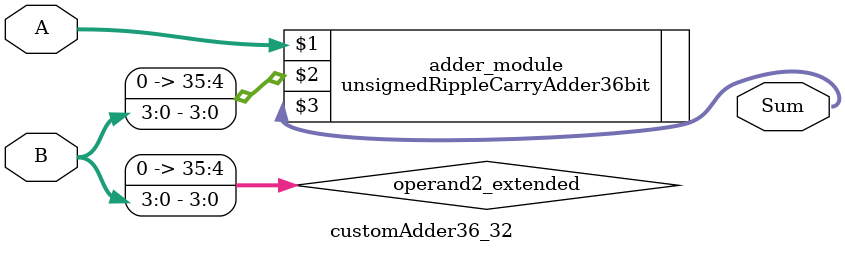
<source format=v>
module customAdder36_32(
                        input [35 : 0] A,
                        input [3 : 0] B,
                        
                        output [36 : 0] Sum
                );

        wire [35 : 0] operand2_extended;
        
        assign operand2_extended =  {32'b0, B};
        
        unsignedRippleCarryAdder36bit adder_module(
            A,
            operand2_extended,
            Sum
        );
        
        endmodule
        
</source>
